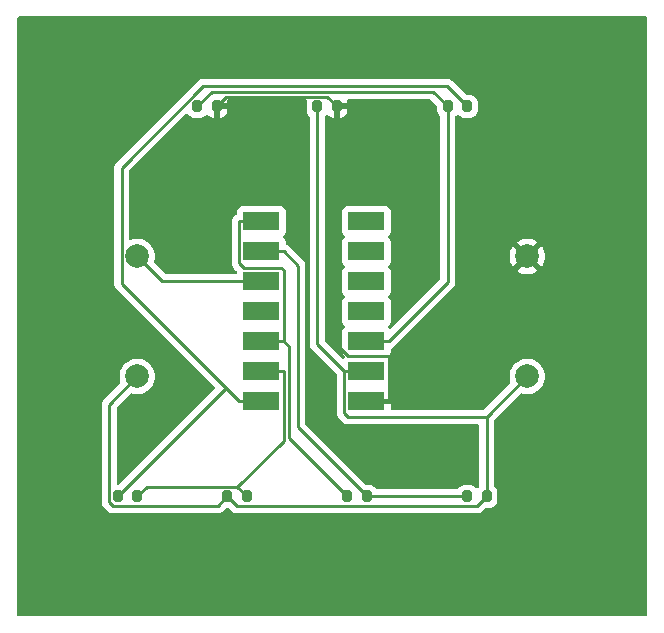
<source format=gbr>
%TF.GenerationSoftware,KiCad,Pcbnew,7.0.7*%
%TF.CreationDate,2023-08-26T22:59:00-07:00*%
%TF.ProjectId,CascadeOpAmp,43617363-6164-4654-9f70-416d702e6b69,rev?*%
%TF.SameCoordinates,Original*%
%TF.FileFunction,Copper,L1,Top*%
%TF.FilePolarity,Positive*%
%FSLAX46Y46*%
G04 Gerber Fmt 4.6, Leading zero omitted, Abs format (unit mm)*
G04 Created by KiCad (PCBNEW 7.0.7) date 2023-08-26 22:59:00*
%MOMM*%
%LPD*%
G01*
G04 APERTURE LIST*
G04 Aperture macros list*
%AMRoundRect*
0 Rectangle with rounded corners*
0 $1 Rounding radius*
0 $2 $3 $4 $5 $6 $7 $8 $9 X,Y pos of 4 corners*
0 Add a 4 corners polygon primitive as box body*
4,1,4,$2,$3,$4,$5,$6,$7,$8,$9,$2,$3,0*
0 Add four circle primitives for the rounded corners*
1,1,$1+$1,$2,$3*
1,1,$1+$1,$4,$5*
1,1,$1+$1,$6,$7*
1,1,$1+$1,$8,$9*
0 Add four rect primitives between the rounded corners*
20,1,$1+$1,$2,$3,$4,$5,0*
20,1,$1+$1,$4,$5,$6,$7,0*
20,1,$1+$1,$6,$7,$8,$9,0*
20,1,$1+$1,$8,$9,$2,$3,0*%
G04 Aperture macros list end*
%TA.AperFunction,SMDPad,CuDef*%
%ADD10R,3.100000X1.600000*%
%TD*%
%TA.AperFunction,SMDPad,CuDef*%
%ADD11RoundRect,0.200000X-0.200000X-0.275000X0.200000X-0.275000X0.200000X0.275000X-0.200000X0.275000X0*%
%TD*%
%TA.AperFunction,ComponentPad*%
%ADD12C,2.000000*%
%TD*%
%TA.AperFunction,Conductor*%
%ADD13C,0.250000*%
%TD*%
G04 APERTURE END LIST*
D10*
%TO.P,U1,1*%
%TO.N,Net-(U1B-+)*%
X129895000Y-85940000D03*
%TO.P,U1,2,-*%
%TO.N,Net-(U1A--)*%
X129895000Y-88480000D03*
%TO.P,U1,3,+*%
%TO.N,Net-(U1A-+)*%
X129895000Y-91020000D03*
%TO.P,U1,4*%
%TO.N,N/C*%
X129895000Y-93560000D03*
%TO.P,U1,5,+*%
%TO.N,Net-(U1B-+)*%
X129895000Y-96100000D03*
%TO.P,U1,6,-*%
%TO.N,Net-(U1B--)*%
X129895000Y-98640000D03*
%TO.P,U1,7*%
%TO.N,Net-(R3-Pad2)*%
X129895000Y-101180000D03*
%TO.P,U1,8*%
%TO.N,Net-(Output1-Pad1)*%
X138785000Y-101180000D03*
%TO.P,U1,9,-*%
%TO.N,GND*%
X138785000Y-98640000D03*
%TO.P,U1,10,+*%
%TO.N,Net-(U1C-+)*%
X138785000Y-96100000D03*
%TO.P,U1,11*%
%TO.N,N/C*%
X138785000Y-93560000D03*
%TO.P,U1,12*%
X138785000Y-91020000D03*
%TO.P,U1,13*%
X138785000Y-88480000D03*
%TO.P,U1,14*%
X138785000Y-85940000D03*
%TD*%
D11*
%TO.P,R7,1*%
%TO.N,Net-(U1A--)*%
X147320000Y-109220000D03*
%TO.P,R7,2*%
%TO.N,GND*%
X148970000Y-109220000D03*
%TD*%
%TO.P,R6,1*%
%TO.N,Net-(U1B-+)*%
X137160000Y-109220000D03*
%TO.P,R6,2*%
%TO.N,Net-(U1A--)*%
X138810000Y-109220000D03*
%TD*%
%TO.P,R5,1*%
%TO.N,GND*%
X127000000Y-109220000D03*
%TO.P,R5,2*%
%TO.N,Net-(U1B--)*%
X128650000Y-109220000D03*
%TD*%
%TO.P,R4,1*%
%TO.N,Net-(R3-Pad2)*%
X117730000Y-109220000D03*
%TO.P,R4,2*%
%TO.N,Net-(U1B--)*%
X119380000Y-109220000D03*
%TD*%
%TO.P,R3,1*%
%TO.N,Net-(U1C-+)*%
X145670000Y-76200000D03*
%TO.P,R3,2*%
%TO.N,Net-(R3-Pad2)*%
X147320000Y-76200000D03*
%TD*%
%TO.P,R2,1*%
%TO.N,GND*%
X134620000Y-76200000D03*
%TO.P,R2,2*%
%TO.N,Net-(Output1-Pad1)*%
X136270000Y-76200000D03*
%TD*%
%TO.P,R1,1*%
%TO.N,Net-(U1C-+)*%
X124460000Y-76200000D03*
%TO.P,R1,2*%
%TO.N,Net-(Output1-Pad1)*%
X126110000Y-76200000D03*
%TD*%
D12*
%TO.P,Output2,1,1*%
%TO.N,GND*%
X152400000Y-99060000D03*
%TD*%
%TO.P,Output1,1,1*%
%TO.N,Net-(Output1-Pad1)*%
X152400000Y-88900000D03*
%TD*%
%TO.P,Input2,1,1*%
%TO.N,GND*%
X119380000Y-99060000D03*
%TD*%
%TO.P,Input1,1,1*%
%TO.N,Net-(U1A-+)*%
X119380000Y-88900000D03*
%TD*%
D13*
%TO.N,Net-(U1B-+)*%
X132220600Y-96550300D02*
X131770300Y-96100000D01*
X132220600Y-104280600D02*
X132220600Y-96550300D01*
X137160000Y-109220000D02*
X132220600Y-104280600D01*
X129895000Y-96100000D02*
X131657700Y-96100000D01*
X131657700Y-96100000D02*
X131770300Y-96100000D01*
X128019700Y-89482100D02*
X128019700Y-85940000D01*
X128432200Y-89894600D02*
X128019700Y-89482100D01*
X131579700Y-89894600D02*
X128432200Y-89894600D01*
X131770300Y-90085200D02*
X131579700Y-89894600D01*
X131770300Y-96100000D02*
X131770300Y-90085200D01*
X129895000Y-85940000D02*
X128019700Y-85940000D01*
%TO.N,Net-(U1A--)*%
X129895000Y-88480000D02*
X131770300Y-88480000D01*
X138810000Y-109220000D02*
X147320000Y-109220000D01*
X132970000Y-89679700D02*
X131770300Y-88480000D01*
X132970000Y-103380000D02*
X132970000Y-89679700D01*
X138810000Y-109220000D02*
X132970000Y-103380000D01*
%TO.N,Net-(U1B--)*%
X131770300Y-104493900D02*
X127847100Y-108417100D01*
X131770300Y-98640000D02*
X131770300Y-104493900D01*
X128650000Y-109220000D02*
X127847100Y-108417100D01*
X120182900Y-108417100D02*
X119380000Y-109220000D01*
X127847100Y-108417100D02*
X120182900Y-108417100D01*
X129895000Y-98640000D02*
X131770300Y-98640000D01*
%TO.N,Net-(R3-Pad2)*%
X129895000Y-101180000D02*
X128019700Y-101180000D01*
X117730000Y-109220000D02*
X126894900Y-100055100D01*
X118049600Y-91209900D02*
X126894900Y-100055100D01*
X118049600Y-81390500D02*
X118049600Y-91209900D01*
X124950900Y-74489200D02*
X118049600Y-81390500D01*
X145609200Y-74489200D02*
X124950900Y-74489200D01*
X147320000Y-76200000D02*
X145609200Y-74489200D01*
X126894900Y-100055100D02*
X128019700Y-101180000D01*
%TO.N,Net-(U1C-+)*%
X145670000Y-91090300D02*
X145670000Y-76200000D01*
X140660300Y-96100000D02*
X145670000Y-91090300D01*
X138785000Y-96100000D02*
X140660300Y-96100000D01*
X144409600Y-74939600D02*
X145670000Y-76200000D01*
X125720400Y-74939600D02*
X144409600Y-74939600D01*
X124460000Y-76200000D02*
X125720400Y-74939600D01*
%TO.N,Net-(Output1-Pad1)*%
X138785000Y-101180000D02*
X140660300Y-101180000D01*
X135461300Y-75391300D02*
X136270000Y-76200000D01*
X126918700Y-75391300D02*
X135461300Y-75391300D01*
X126110000Y-76200000D02*
X126918700Y-75391300D01*
X140660300Y-97370000D02*
X140660300Y-101180000D01*
X143930000Y-97370000D02*
X140660300Y-97370000D01*
X152400000Y-88900000D02*
X143930000Y-97370000D01*
X136270000Y-96401300D02*
X136270000Y-76200000D01*
X137238700Y-97370000D02*
X136270000Y-96401300D01*
X140660300Y-97370000D02*
X137238700Y-97370000D01*
%TO.N,GND*%
X138785000Y-98640000D02*
X136909700Y-98640000D01*
X134620000Y-96350300D02*
X136909700Y-98640000D01*
X134620000Y-76200000D02*
X134620000Y-96350300D01*
X136909700Y-102184700D02*
X136909700Y-98640000D01*
X137215000Y-102490000D02*
X136909700Y-102184700D01*
X148970000Y-102490000D02*
X137215000Y-102490000D01*
X152400000Y-99060000D02*
X148970000Y-102490000D01*
X148970000Y-102490000D02*
X148970000Y-109220000D01*
X148158300Y-110031700D02*
X148970000Y-109220000D01*
X127811700Y-110031700D02*
X148158300Y-110031700D01*
X127000000Y-109220000D02*
X127811700Y-110031700D01*
X126195000Y-110025000D02*
X127000000Y-109220000D01*
X117300000Y-110025000D02*
X126195000Y-110025000D01*
X117002900Y-109727900D02*
X117300000Y-110025000D01*
X117002900Y-101437100D02*
X117002900Y-109727900D01*
X119380000Y-99060000D02*
X117002900Y-101437100D01*
%TO.N,Net-(U1A-+)*%
X121500000Y-91020000D02*
X129895000Y-91020000D01*
X119380000Y-88900000D02*
X121500000Y-91020000D01*
%TD*%
%TA.AperFunction,Conductor*%
%TO.N,Net-(Output1-Pad1)*%
G36*
X133696945Y-75584785D02*
G01*
X133742700Y-75637589D01*
X133752644Y-75706747D01*
X133748292Y-75725989D01*
X133725914Y-75797805D01*
X133719500Y-75868386D01*
X133719500Y-76531613D01*
X133725913Y-76602192D01*
X133725913Y-76602194D01*
X133725914Y-76602196D01*
X133776522Y-76764606D01*
X133864528Y-76910185D01*
X133958182Y-77003839D01*
X133991666Y-77065160D01*
X133994500Y-77091519D01*
X133994499Y-96267555D01*
X133992776Y-96283172D01*
X133993061Y-96283199D01*
X133992326Y-96290965D01*
X133994500Y-96360114D01*
X133994500Y-96389643D01*
X133994501Y-96389660D01*
X133995368Y-96396531D01*
X133995826Y-96402350D01*
X133997290Y-96448924D01*
X133997291Y-96448927D01*
X134002880Y-96468167D01*
X134006824Y-96487211D01*
X134009336Y-96507092D01*
X134015907Y-96523689D01*
X134026490Y-96550419D01*
X134028382Y-96555947D01*
X134041381Y-96600688D01*
X134051580Y-96617934D01*
X134060138Y-96635403D01*
X134067514Y-96654032D01*
X134094898Y-96691723D01*
X134098106Y-96696607D01*
X134121827Y-96736716D01*
X134121833Y-96736724D01*
X134135990Y-96750880D01*
X134148628Y-96765676D01*
X134160405Y-96781886D01*
X134160406Y-96781887D01*
X134196309Y-96811588D01*
X134200620Y-96815510D01*
X135337371Y-97952261D01*
X136247881Y-98862771D01*
X136281366Y-98924094D01*
X136284200Y-98950452D01*
X136284200Y-102101955D01*
X136282475Y-102117572D01*
X136282761Y-102117599D01*
X136282026Y-102125365D01*
X136284200Y-102194514D01*
X136284200Y-102224043D01*
X136284201Y-102224060D01*
X136285068Y-102230931D01*
X136285526Y-102236750D01*
X136286990Y-102283324D01*
X136286991Y-102283327D01*
X136292580Y-102302567D01*
X136296524Y-102321611D01*
X136298537Y-102337544D01*
X136299036Y-102341491D01*
X136316190Y-102384819D01*
X136318082Y-102390347D01*
X136331081Y-102435088D01*
X136341280Y-102452334D01*
X136349836Y-102469800D01*
X136354073Y-102480499D01*
X136357214Y-102488432D01*
X136384598Y-102526123D01*
X136387806Y-102531007D01*
X136411527Y-102571116D01*
X136411533Y-102571124D01*
X136425690Y-102585280D01*
X136438328Y-102600076D01*
X136450105Y-102616286D01*
X136450106Y-102616287D01*
X136486008Y-102645987D01*
X136490319Y-102649909D01*
X136705438Y-102865029D01*
X136714198Y-102873789D01*
X136724022Y-102886050D01*
X136724243Y-102885868D01*
X136729213Y-102891876D01*
X136779637Y-102939228D01*
X136800523Y-102960115D01*
X136800527Y-102960118D01*
X136800529Y-102960120D01*
X136806011Y-102964373D01*
X136810443Y-102968157D01*
X136844418Y-103000062D01*
X136861976Y-103009714D01*
X136878235Y-103020395D01*
X136894064Y-103032673D01*
X136936838Y-103051182D01*
X136942056Y-103053738D01*
X136982908Y-103076197D01*
X137002316Y-103081180D01*
X137020717Y-103087480D01*
X137039104Y-103095437D01*
X137082488Y-103102308D01*
X137085119Y-103102725D01*
X137090839Y-103103909D01*
X137135981Y-103115500D01*
X137156016Y-103115500D01*
X137175414Y-103117026D01*
X137195194Y-103120159D01*
X137195195Y-103120160D01*
X137195195Y-103120159D01*
X137195196Y-103120160D01*
X137241583Y-103115775D01*
X137247422Y-103115500D01*
X148220500Y-103115500D01*
X148287539Y-103135185D01*
X148333294Y-103187989D01*
X148344500Y-103239500D01*
X148344500Y-108328480D01*
X148324815Y-108395519D01*
X148308181Y-108416161D01*
X148232681Y-108491661D01*
X148171358Y-108525146D01*
X148101666Y-108520162D01*
X148057319Y-108491661D01*
X147955188Y-108389530D01*
X147945499Y-108383673D01*
X147809606Y-108301522D01*
X147647196Y-108250914D01*
X147647194Y-108250913D01*
X147647192Y-108250913D01*
X147597778Y-108246423D01*
X147576616Y-108244500D01*
X147063384Y-108244500D01*
X147044145Y-108246248D01*
X146992807Y-108250913D01*
X146830393Y-108301522D01*
X146684811Y-108389530D01*
X146564531Y-108509810D01*
X146564528Y-108509814D01*
X146549514Y-108534651D01*
X146497986Y-108581838D01*
X146443398Y-108594500D01*
X139686602Y-108594500D01*
X139619563Y-108574815D01*
X139580486Y-108534651D01*
X139565471Y-108509814D01*
X139565468Y-108509810D01*
X139445188Y-108389530D01*
X139435499Y-108383673D01*
X139299606Y-108301522D01*
X139137196Y-108250914D01*
X139137194Y-108250913D01*
X139137192Y-108250913D01*
X139087778Y-108246423D01*
X139066616Y-108244500D01*
X139066613Y-108244500D01*
X138770453Y-108244500D01*
X138703414Y-108224815D01*
X138682772Y-108208181D01*
X133631819Y-103157228D01*
X133598334Y-103095905D01*
X133595500Y-103069547D01*
X133595500Y-96448924D01*
X133595500Y-89762432D01*
X133597225Y-89746823D01*
X133596939Y-89746796D01*
X133597671Y-89739040D01*
X133597673Y-89739033D01*
X133595500Y-89669885D01*
X133595500Y-89640350D01*
X133594631Y-89633472D01*
X133594172Y-89627643D01*
X133592709Y-89581072D01*
X133587122Y-89561844D01*
X133583174Y-89542784D01*
X133580663Y-89522904D01*
X133563512Y-89479587D01*
X133561619Y-89474058D01*
X133548618Y-89429309D01*
X133548616Y-89429306D01*
X133538423Y-89412071D01*
X133529861Y-89394594D01*
X133522487Y-89375970D01*
X133520692Y-89373499D01*
X133495079Y-89338245D01*
X133491888Y-89333386D01*
X133491182Y-89332193D01*
X133468170Y-89293280D01*
X133468168Y-89293278D01*
X133468165Y-89293274D01*
X133454006Y-89279115D01*
X133441368Y-89264319D01*
X133429594Y-89248113D01*
X133408662Y-89230797D01*
X133393688Y-89218409D01*
X133389376Y-89214486D01*
X132271103Y-88096212D01*
X132261280Y-88083950D01*
X132261059Y-88084134D01*
X132256086Y-88078123D01*
X132256085Y-88078122D01*
X132205664Y-88030773D01*
X132195219Y-88020328D01*
X132184775Y-88009883D01*
X132179286Y-88005625D01*
X132174861Y-88001847D01*
X132140882Y-87969938D01*
X132140880Y-87969936D01*
X132140877Y-87969935D01*
X132123329Y-87960288D01*
X132107063Y-87949604D01*
X132091233Y-87937325D01*
X132048468Y-87918818D01*
X132043222Y-87916248D01*
X132009764Y-87897855D01*
X131960499Y-87848310D01*
X131945499Y-87789192D01*
X131945499Y-87632129D01*
X131945498Y-87632123D01*
X131945497Y-87632116D01*
X131939091Y-87572517D01*
X131920113Y-87521635D01*
X131888797Y-87437671D01*
X131888793Y-87437664D01*
X131802547Y-87322455D01*
X131802546Y-87322454D01*
X131784930Y-87309267D01*
X131743058Y-87253334D01*
X131738074Y-87183642D01*
X131771558Y-87122319D01*
X131784930Y-87110733D01*
X131802546Y-87097546D01*
X131888796Y-86982331D01*
X131939091Y-86847483D01*
X131945500Y-86787873D01*
X131945499Y-85092128D01*
X131939091Y-85032517D01*
X131888796Y-84897669D01*
X131888795Y-84897668D01*
X131888793Y-84897664D01*
X131802547Y-84782455D01*
X131802544Y-84782452D01*
X131687335Y-84696206D01*
X131687328Y-84696202D01*
X131552482Y-84645908D01*
X131552483Y-84645908D01*
X131492883Y-84639501D01*
X131492881Y-84639500D01*
X131492873Y-84639500D01*
X131492864Y-84639500D01*
X128297129Y-84639500D01*
X128297123Y-84639501D01*
X128237516Y-84645908D01*
X128102671Y-84696202D01*
X128102664Y-84696206D01*
X127987455Y-84782452D01*
X127987452Y-84782455D01*
X127901206Y-84897664D01*
X127901202Y-84897671D01*
X127850908Y-85032517D01*
X127844501Y-85092116D01*
X127844501Y-85092123D01*
X127844500Y-85092135D01*
X127844500Y-85249145D01*
X127824815Y-85316184D01*
X127772011Y-85361939D01*
X127758825Y-85367074D01*
X127751258Y-85369533D01*
X127744352Y-85373915D01*
X127723580Y-85384499D01*
X127715973Y-85387511D01*
X127715962Y-85387517D01*
X127669514Y-85421263D01*
X127666295Y-85423451D01*
X127617823Y-85454213D01*
X127617820Y-85454216D01*
X127612229Y-85460170D01*
X127594729Y-85475599D01*
X127588113Y-85480405D01*
X127588112Y-85480406D01*
X127551512Y-85524646D01*
X127548938Y-85527565D01*
X127509637Y-85569417D01*
X127509635Y-85569420D01*
X127505694Y-85576589D01*
X127492589Y-85595873D01*
X127487377Y-85602173D01*
X127487374Y-85602178D01*
X127462931Y-85654121D01*
X127461164Y-85657589D01*
X127433504Y-85707903D01*
X127433503Y-85707908D01*
X127431469Y-85715828D01*
X127423570Y-85737768D01*
X127420086Y-85745172D01*
X127420084Y-85745178D01*
X127409329Y-85801561D01*
X127408479Y-85805361D01*
X127394200Y-85860976D01*
X127394200Y-85869152D01*
X127392005Y-85892379D01*
X127390473Y-85900412D01*
X127394078Y-85957724D01*
X127394200Y-85961595D01*
X127394200Y-89399354D01*
X127392475Y-89414972D01*
X127392761Y-89414999D01*
X127392026Y-89422766D01*
X127394199Y-89491914D01*
X127394199Y-89521451D01*
X127395068Y-89528332D01*
X127395526Y-89534151D01*
X127396990Y-89580724D01*
X127397805Y-89583531D01*
X127402580Y-89599967D01*
X127406524Y-89619011D01*
X127409036Y-89638892D01*
X127418311Y-89662319D01*
X127426190Y-89682219D01*
X127428082Y-89687747D01*
X127433579Y-89706668D01*
X127441082Y-89732490D01*
X127449542Y-89746796D01*
X127451280Y-89749734D01*
X127459836Y-89767200D01*
X127467214Y-89785832D01*
X127494598Y-89823523D01*
X127497806Y-89828407D01*
X127521527Y-89868516D01*
X127521533Y-89868524D01*
X127535690Y-89882680D01*
X127548328Y-89897476D01*
X127560105Y-89913686D01*
X127560106Y-89913687D01*
X127596009Y-89943388D01*
X127600320Y-89947310D01*
X127765526Y-90112516D01*
X127808181Y-90155171D01*
X127841666Y-90216494D01*
X127844500Y-90242852D01*
X127844500Y-90270500D01*
X127824815Y-90337539D01*
X127772011Y-90383294D01*
X127720500Y-90394500D01*
X121810452Y-90394500D01*
X121743413Y-90374815D01*
X121722771Y-90358181D01*
X120843660Y-89479070D01*
X120810175Y-89417747D01*
X120811135Y-89360950D01*
X120865108Y-89147821D01*
X120865116Y-89147729D01*
X120885643Y-88900005D01*
X120885643Y-88899994D01*
X120865109Y-88652187D01*
X120865107Y-88652175D01*
X120804063Y-88411118D01*
X120704173Y-88183393D01*
X120568166Y-87975217D01*
X120475404Y-87874451D01*
X120399744Y-87792262D01*
X120203509Y-87639526D01*
X120203507Y-87639525D01*
X120203506Y-87639524D01*
X119984811Y-87521172D01*
X119984802Y-87521169D01*
X119749616Y-87440429D01*
X119504335Y-87399500D01*
X119255665Y-87399500D01*
X119010386Y-87440428D01*
X118839361Y-87499141D01*
X118769562Y-87502290D01*
X118709141Y-87467203D01*
X118677281Y-87405020D01*
X118675100Y-87381869D01*
X118675100Y-81700950D01*
X118694785Y-81633912D01*
X118711414Y-81613275D01*
X123483343Y-76841345D01*
X123544664Y-76807862D01*
X123614356Y-76812846D01*
X123670289Y-76854718D01*
X123677138Y-76864877D01*
X123704528Y-76910185D01*
X123704531Y-76910189D01*
X123824811Y-77030469D01*
X123824813Y-77030470D01*
X123824815Y-77030472D01*
X123970394Y-77118478D01*
X124132804Y-77169086D01*
X124203384Y-77175500D01*
X124203387Y-77175500D01*
X124716613Y-77175500D01*
X124716616Y-77175500D01*
X124787196Y-77169086D01*
X124949606Y-77118478D01*
X125095185Y-77030472D01*
X125197673Y-76927983D01*
X125258994Y-76894499D01*
X125328685Y-76899483D01*
X125373034Y-76927984D01*
X125475122Y-77030072D01*
X125620604Y-77118019D01*
X125620603Y-77118019D01*
X125782894Y-77168590D01*
X125782893Y-77168590D01*
X125853408Y-77174998D01*
X125853426Y-77174999D01*
X125859998Y-77174998D01*
X125859999Y-77174998D01*
X125860000Y-76450000D01*
X126359999Y-76450000D01*
X126359999Y-77174998D01*
X126360000Y-77174999D01*
X126366581Y-77174999D01*
X126437102Y-77168591D01*
X126437107Y-77168590D01*
X126599396Y-77118018D01*
X126744877Y-77030072D01*
X126865072Y-76909877D01*
X126953019Y-76764395D01*
X127003590Y-76602106D01*
X127010000Y-76531572D01*
X127010000Y-76450000D01*
X126359999Y-76450000D01*
X125860000Y-76450000D01*
X125860000Y-76074000D01*
X125879685Y-76006960D01*
X125932489Y-75961206D01*
X125984000Y-75950000D01*
X127009999Y-75950000D01*
X127009998Y-75868417D01*
X127003591Y-75797897D01*
X127003590Y-75797892D01*
X126981185Y-75725991D01*
X126980033Y-75656131D01*
X127016834Y-75596738D01*
X127079902Y-75566670D01*
X127099570Y-75565100D01*
X133629906Y-75565100D01*
X133696945Y-75584785D01*
G37*
%TD.AperFunction*%
%TA.AperFunction,Conductor*%
G36*
X144166187Y-75584785D02*
G01*
X144186829Y-75601419D01*
X144733181Y-76147771D01*
X144766666Y-76209094D01*
X144769500Y-76235452D01*
X144769500Y-76531613D01*
X144775913Y-76602192D01*
X144775913Y-76602194D01*
X144775914Y-76602196D01*
X144826522Y-76764606D01*
X144914528Y-76910185D01*
X145008182Y-77003839D01*
X145041666Y-77065160D01*
X145044500Y-77091519D01*
X145044500Y-90779846D01*
X145024815Y-90846885D01*
X145008181Y-90867527D01*
X140896785Y-94978922D01*
X140835462Y-95012407D01*
X140765770Y-95007423D01*
X140709838Y-94965553D01*
X140705728Y-94960062D01*
X140692546Y-94942454D01*
X140674929Y-94929266D01*
X140633058Y-94873334D01*
X140628074Y-94803642D01*
X140661558Y-94742319D01*
X140674930Y-94730733D01*
X140692546Y-94717546D01*
X140778796Y-94602331D01*
X140829091Y-94467483D01*
X140835500Y-94407873D01*
X140835499Y-92712128D01*
X140829091Y-92652517D01*
X140778796Y-92517669D01*
X140778795Y-92517668D01*
X140778793Y-92517664D01*
X140692547Y-92402455D01*
X140692546Y-92402454D01*
X140674930Y-92389267D01*
X140633058Y-92333334D01*
X140628074Y-92263642D01*
X140661558Y-92202319D01*
X140674930Y-92190733D01*
X140692546Y-92177546D01*
X140778796Y-92062331D01*
X140829091Y-91927483D01*
X140835500Y-91867873D01*
X140835499Y-90172128D01*
X140829091Y-90112517D01*
X140778796Y-89977669D01*
X140778795Y-89977668D01*
X140778793Y-89977664D01*
X140692547Y-89862455D01*
X140692546Y-89862454D01*
X140674930Y-89849267D01*
X140633058Y-89793334D01*
X140628074Y-89723642D01*
X140661558Y-89662319D01*
X140674930Y-89650733D01*
X140692546Y-89637546D01*
X140778796Y-89522331D01*
X140829091Y-89387483D01*
X140835500Y-89327873D01*
X140835499Y-87632128D01*
X140829091Y-87572517D01*
X140810113Y-87521635D01*
X140778797Y-87437671D01*
X140778793Y-87437664D01*
X140692547Y-87322455D01*
X140692546Y-87322454D01*
X140674930Y-87309267D01*
X140633058Y-87253334D01*
X140628074Y-87183642D01*
X140661558Y-87122319D01*
X140674930Y-87110733D01*
X140692546Y-87097546D01*
X140778796Y-86982331D01*
X140829091Y-86847483D01*
X140835500Y-86787873D01*
X140835499Y-85092128D01*
X140829091Y-85032517D01*
X140778796Y-84897669D01*
X140778795Y-84897668D01*
X140778793Y-84897664D01*
X140692547Y-84782455D01*
X140692544Y-84782452D01*
X140577335Y-84696206D01*
X140577328Y-84696202D01*
X140442482Y-84645908D01*
X140442483Y-84645908D01*
X140382883Y-84639501D01*
X140382881Y-84639500D01*
X140382873Y-84639500D01*
X140382864Y-84639500D01*
X137187129Y-84639500D01*
X137187123Y-84639501D01*
X137127516Y-84645908D01*
X136992671Y-84696202D01*
X136992664Y-84696206D01*
X136877455Y-84782452D01*
X136877452Y-84782455D01*
X136791206Y-84897664D01*
X136791202Y-84897671D01*
X136740908Y-85032517D01*
X136734501Y-85092116D01*
X136734501Y-85092123D01*
X136734500Y-85092135D01*
X136734500Y-86787870D01*
X136734501Y-86787876D01*
X136740908Y-86847483D01*
X136791202Y-86982328D01*
X136791206Y-86982335D01*
X136877452Y-87097544D01*
X136877453Y-87097544D01*
X136877454Y-87097546D01*
X136895070Y-87110733D01*
X136895071Y-87110734D01*
X136936941Y-87166668D01*
X136941925Y-87236360D01*
X136908439Y-87297683D01*
X136895071Y-87309266D01*
X136877452Y-87322455D01*
X136791206Y-87437664D01*
X136791202Y-87437671D01*
X136740908Y-87572517D01*
X136734501Y-87632116D01*
X136734501Y-87632123D01*
X136734500Y-87632135D01*
X136734500Y-89327870D01*
X136734501Y-89327876D01*
X136740908Y-89387483D01*
X136791202Y-89522328D01*
X136791206Y-89522335D01*
X136877452Y-89637544D01*
X136877453Y-89637544D01*
X136877454Y-89637546D01*
X136895070Y-89650733D01*
X136895071Y-89650734D01*
X136936941Y-89706668D01*
X136941925Y-89776360D01*
X136908439Y-89837683D01*
X136895071Y-89849266D01*
X136877452Y-89862455D01*
X136791206Y-89977664D01*
X136791202Y-89977671D01*
X136740908Y-90112517D01*
X136734501Y-90172116D01*
X136734501Y-90172123D01*
X136734500Y-90172135D01*
X136734500Y-91867870D01*
X136734501Y-91867876D01*
X136740908Y-91927483D01*
X136791202Y-92062328D01*
X136791206Y-92062335D01*
X136877452Y-92177544D01*
X136877453Y-92177544D01*
X136877454Y-92177546D01*
X136895070Y-92190733D01*
X136895071Y-92190734D01*
X136936941Y-92246668D01*
X136941925Y-92316360D01*
X136908439Y-92377683D01*
X136895071Y-92389266D01*
X136877452Y-92402455D01*
X136791206Y-92517664D01*
X136791202Y-92517671D01*
X136740908Y-92652517D01*
X136734501Y-92712116D01*
X136734501Y-92712123D01*
X136734500Y-92712135D01*
X136734500Y-94407870D01*
X136734501Y-94407876D01*
X136740908Y-94467483D01*
X136791202Y-94602328D01*
X136791206Y-94602335D01*
X136877452Y-94717544D01*
X136877453Y-94717544D01*
X136877454Y-94717546D01*
X136895070Y-94730733D01*
X136895071Y-94730734D01*
X136936941Y-94786668D01*
X136941925Y-94856360D01*
X136908439Y-94917683D01*
X136895071Y-94929266D01*
X136877452Y-94942455D01*
X136791206Y-95057664D01*
X136791202Y-95057671D01*
X136740908Y-95192517D01*
X136734501Y-95252116D01*
X136734500Y-95252135D01*
X136734500Y-96947870D01*
X136734501Y-96947876D01*
X136740908Y-97007483D01*
X136791202Y-97142328D01*
X136791206Y-97142335D01*
X136877452Y-97257544D01*
X136877453Y-97257544D01*
X136877454Y-97257546D01*
X136895070Y-97270733D01*
X136895071Y-97270734D01*
X136936941Y-97326668D01*
X136941925Y-97396360D01*
X136908439Y-97457683D01*
X136895071Y-97469266D01*
X136877454Y-97482454D01*
X136860158Y-97505557D01*
X136804222Y-97547426D01*
X136734531Y-97552407D01*
X136673213Y-97518923D01*
X135281819Y-96127528D01*
X135248334Y-96066205D01*
X135245500Y-96039847D01*
X135245500Y-77091519D01*
X135265185Y-77024480D01*
X135281813Y-77003843D01*
X135357675Y-76927981D01*
X135418994Y-76894499D01*
X135488686Y-76899483D01*
X135533034Y-76927984D01*
X135635122Y-77030072D01*
X135780604Y-77118019D01*
X135780603Y-77118019D01*
X135942894Y-77168590D01*
X135942893Y-77168590D01*
X136013408Y-77174998D01*
X136013426Y-77174999D01*
X136019999Y-77174998D01*
X136020000Y-77174998D01*
X136020000Y-76450000D01*
X136520000Y-76450000D01*
X136520000Y-77174999D01*
X136526581Y-77174999D01*
X136597102Y-77168591D01*
X136597107Y-77168590D01*
X136759396Y-77118018D01*
X136904877Y-77030072D01*
X137025072Y-76909877D01*
X137113019Y-76764395D01*
X137163590Y-76602106D01*
X137170000Y-76531572D01*
X137170000Y-76450000D01*
X136520000Y-76450000D01*
X136020000Y-76450000D01*
X136020000Y-76074000D01*
X136039685Y-76006961D01*
X136092489Y-75961206D01*
X136144000Y-75950000D01*
X137169999Y-75950000D01*
X137169999Y-75868417D01*
X137163591Y-75797897D01*
X137163590Y-75797892D01*
X137141185Y-75725991D01*
X137140033Y-75656131D01*
X137176834Y-75596738D01*
X137239902Y-75566670D01*
X137259570Y-75565100D01*
X144099148Y-75565100D01*
X144166187Y-75584785D01*
G37*
%TD.AperFunction*%
%TA.AperFunction,Conductor*%
G36*
X162502539Y-68600185D02*
G01*
X162548294Y-68652989D01*
X162559500Y-68704500D01*
X162559500Y-119255500D01*
X162539815Y-119322539D01*
X162487011Y-119368294D01*
X162435500Y-119379500D01*
X109344500Y-119379500D01*
X109277461Y-119359815D01*
X109231706Y-119307011D01*
X109220500Y-119255500D01*
X109220500Y-101417295D01*
X116372740Y-101417295D01*
X116377125Y-101463683D01*
X116377400Y-101469521D01*
X116377400Y-109645155D01*
X116375675Y-109660772D01*
X116375961Y-109660799D01*
X116375226Y-109668565D01*
X116377400Y-109737714D01*
X116377400Y-109767243D01*
X116377401Y-109767260D01*
X116378268Y-109774131D01*
X116378726Y-109779950D01*
X116380190Y-109826524D01*
X116380191Y-109826527D01*
X116385780Y-109845767D01*
X116389724Y-109864811D01*
X116392236Y-109884691D01*
X116409390Y-109928019D01*
X116411282Y-109933547D01*
X116424281Y-109978288D01*
X116434480Y-109995534D01*
X116443038Y-110013003D01*
X116450414Y-110031632D01*
X116477798Y-110069323D01*
X116481006Y-110074207D01*
X116504727Y-110114316D01*
X116504733Y-110114324D01*
X116518890Y-110128480D01*
X116531528Y-110143276D01*
X116543305Y-110159486D01*
X116543306Y-110159487D01*
X116579208Y-110189187D01*
X116583519Y-110193109D01*
X116790469Y-110400060D01*
X116799198Y-110408789D01*
X116809022Y-110421050D01*
X116809243Y-110420868D01*
X116814213Y-110426876D01*
X116864637Y-110474228D01*
X116885523Y-110495115D01*
X116885527Y-110495118D01*
X116885529Y-110495120D01*
X116891011Y-110499373D01*
X116895443Y-110503157D01*
X116929418Y-110535062D01*
X116946976Y-110544714D01*
X116963233Y-110555393D01*
X116979064Y-110567673D01*
X116994547Y-110574373D01*
X117021833Y-110586182D01*
X117027077Y-110588750D01*
X117067908Y-110611197D01*
X117080523Y-110614435D01*
X117087305Y-110616177D01*
X117105719Y-110622481D01*
X117124104Y-110630438D01*
X117170157Y-110637732D01*
X117175826Y-110638906D01*
X117220981Y-110650500D01*
X117241016Y-110650500D01*
X117260413Y-110652026D01*
X117280196Y-110655160D01*
X117326583Y-110650775D01*
X117332422Y-110650500D01*
X126112257Y-110650500D01*
X126127877Y-110652224D01*
X126127904Y-110651939D01*
X126135660Y-110652671D01*
X126135667Y-110652673D01*
X126204814Y-110650500D01*
X126234350Y-110650500D01*
X126241228Y-110649630D01*
X126247041Y-110649172D01*
X126293627Y-110647709D01*
X126312869Y-110642117D01*
X126331912Y-110638174D01*
X126351792Y-110635664D01*
X126395122Y-110618507D01*
X126400646Y-110616617D01*
X126404396Y-110615527D01*
X126445390Y-110603618D01*
X126462629Y-110593422D01*
X126480103Y-110584862D01*
X126498727Y-110577488D01*
X126498727Y-110577487D01*
X126498732Y-110577486D01*
X126536449Y-110550082D01*
X126541305Y-110546892D01*
X126581420Y-110523170D01*
X126595589Y-110508999D01*
X126610379Y-110496368D01*
X126626587Y-110484594D01*
X126656299Y-110448676D01*
X126660212Y-110444376D01*
X126872772Y-110231816D01*
X126934094Y-110198334D01*
X126960452Y-110195500D01*
X127039547Y-110195500D01*
X127106586Y-110215185D01*
X127127228Y-110231819D01*
X127310897Y-110415488D01*
X127320722Y-110427751D01*
X127320943Y-110427569D01*
X127325914Y-110433578D01*
X127346743Y-110453137D01*
X127376335Y-110480926D01*
X127397229Y-110501820D01*
X127402711Y-110506073D01*
X127407143Y-110509857D01*
X127441118Y-110541762D01*
X127458676Y-110551414D01*
X127474935Y-110562095D01*
X127490764Y-110574373D01*
X127533538Y-110592882D01*
X127538756Y-110595438D01*
X127579608Y-110617897D01*
X127599016Y-110622880D01*
X127617417Y-110629180D01*
X127635804Y-110637137D01*
X127679188Y-110644008D01*
X127681819Y-110644425D01*
X127687539Y-110645609D01*
X127732681Y-110657200D01*
X127752716Y-110657200D01*
X127772114Y-110658726D01*
X127791894Y-110661859D01*
X127791895Y-110661860D01*
X127791895Y-110661859D01*
X127791896Y-110661860D01*
X127838283Y-110657475D01*
X127844122Y-110657200D01*
X148075557Y-110657200D01*
X148091177Y-110658924D01*
X148091204Y-110658639D01*
X148098960Y-110659371D01*
X148098967Y-110659373D01*
X148168114Y-110657200D01*
X148197650Y-110657200D01*
X148204528Y-110656330D01*
X148210341Y-110655872D01*
X148256927Y-110654409D01*
X148276169Y-110648817D01*
X148295212Y-110644874D01*
X148315092Y-110642364D01*
X148358422Y-110625207D01*
X148363946Y-110623317D01*
X148367696Y-110622227D01*
X148408690Y-110610318D01*
X148425929Y-110600122D01*
X148443403Y-110591562D01*
X148462027Y-110584188D01*
X148462027Y-110584187D01*
X148462032Y-110584186D01*
X148499749Y-110556782D01*
X148504605Y-110553592D01*
X148544720Y-110529870D01*
X148558889Y-110515699D01*
X148573679Y-110503068D01*
X148589887Y-110491294D01*
X148619599Y-110455376D01*
X148623512Y-110451076D01*
X148842772Y-110231816D01*
X148904094Y-110198334D01*
X148930452Y-110195500D01*
X149226613Y-110195500D01*
X149226616Y-110195500D01*
X149297196Y-110189086D01*
X149459606Y-110138478D01*
X149605185Y-110050472D01*
X149725472Y-109930185D01*
X149813478Y-109784606D01*
X149864086Y-109622196D01*
X149870500Y-109551616D01*
X149870500Y-108888384D01*
X149864086Y-108817804D01*
X149813478Y-108655394D01*
X149725472Y-108509815D01*
X149725470Y-108509813D01*
X149725469Y-108509811D01*
X149631819Y-108416161D01*
X149598334Y-108354838D01*
X149595500Y-108328480D01*
X149595500Y-102800451D01*
X149615185Y-102733412D01*
X149631814Y-102712775D01*
X151822771Y-100521817D01*
X151884092Y-100488334D01*
X151950712Y-100492218D01*
X151996493Y-100507935D01*
X152030385Y-100519571D01*
X152275665Y-100560500D01*
X152524335Y-100560500D01*
X152769614Y-100519571D01*
X153004810Y-100438828D01*
X153223509Y-100320474D01*
X153419744Y-100167738D01*
X153588164Y-99984785D01*
X153724173Y-99776607D01*
X153824063Y-99548881D01*
X153885108Y-99307821D01*
X153905643Y-99060000D01*
X153889300Y-98862771D01*
X153885109Y-98812187D01*
X153885107Y-98812175D01*
X153824063Y-98571118D01*
X153724173Y-98343393D01*
X153588166Y-98135217D01*
X153566557Y-98111744D01*
X153419744Y-97952262D01*
X153223509Y-97799526D01*
X153223507Y-97799525D01*
X153223506Y-97799524D01*
X153004811Y-97681172D01*
X153004802Y-97681169D01*
X152769616Y-97600429D01*
X152524335Y-97559500D01*
X152275665Y-97559500D01*
X152030383Y-97600429D01*
X151795197Y-97681169D01*
X151795188Y-97681172D01*
X151576493Y-97799524D01*
X151380257Y-97952261D01*
X151211833Y-98135217D01*
X151075826Y-98343393D01*
X150975936Y-98571118D01*
X150914892Y-98812175D01*
X150914890Y-98812187D01*
X150894357Y-99059994D01*
X150894357Y-99060005D01*
X150914890Y-99307812D01*
X150914892Y-99307824D01*
X150968863Y-99520948D01*
X150966238Y-99590768D01*
X150936338Y-99639069D01*
X148747228Y-101828181D01*
X148685905Y-101861666D01*
X148659547Y-101864500D01*
X140959000Y-101864500D01*
X140891961Y-101844815D01*
X140846206Y-101792011D01*
X140835000Y-101740500D01*
X140835000Y-101430000D01*
X138659000Y-101430000D01*
X138591961Y-101410315D01*
X138546206Y-101357511D01*
X138535000Y-101306000D01*
X138535000Y-101054000D01*
X138554685Y-100986961D01*
X138607489Y-100941206D01*
X138659000Y-100930000D01*
X140835000Y-100930000D01*
X140835000Y-100332172D01*
X140834999Y-100332155D01*
X140828598Y-100272627D01*
X140828596Y-100272620D01*
X140778354Y-100137913D01*
X140778350Y-100137906D01*
X140692190Y-100022812D01*
X140692189Y-100022811D01*
X140674513Y-100009579D01*
X140632641Y-99953646D01*
X140627657Y-99883954D01*
X140661142Y-99822631D01*
X140674500Y-99811055D01*
X140692546Y-99797546D01*
X140778796Y-99682331D01*
X140829091Y-99547483D01*
X140835500Y-99487873D01*
X140835499Y-97792128D01*
X140829091Y-97732517D01*
X140809939Y-97681169D01*
X140778797Y-97597671D01*
X140778793Y-97597664D01*
X140692547Y-97482455D01*
X140692546Y-97482454D01*
X140674930Y-97469267D01*
X140633058Y-97413334D01*
X140628074Y-97343642D01*
X140661558Y-97282319D01*
X140674930Y-97270733D01*
X140692546Y-97257546D01*
X140778796Y-97142331D01*
X140829091Y-97007483D01*
X140835500Y-96947873D01*
X140835499Y-96792607D01*
X140855183Y-96725569D01*
X140904245Y-96683056D01*
X140903971Y-96682592D01*
X140906522Y-96681082D01*
X140907987Y-96679814D01*
X140910265Y-96678801D01*
X140910677Y-96678621D01*
X140910690Y-96678618D01*
X140927929Y-96668422D01*
X140945403Y-96659862D01*
X140964027Y-96652488D01*
X140964027Y-96652487D01*
X140964032Y-96652486D01*
X141001749Y-96625082D01*
X141006605Y-96621892D01*
X141046720Y-96598170D01*
X141060889Y-96583999D01*
X141075679Y-96571368D01*
X141091887Y-96559594D01*
X141121599Y-96523676D01*
X141125512Y-96519376D01*
X146053786Y-91591102D01*
X146066048Y-91581280D01*
X146065865Y-91581059D01*
X146071867Y-91576092D01*
X146071877Y-91576086D01*
X146119241Y-91525648D01*
X146140120Y-91504770D01*
X146144373Y-91499286D01*
X146148150Y-91494863D01*
X146180062Y-91460882D01*
X146189714Y-91443323D01*
X146200389Y-91427072D01*
X146212674Y-91411236D01*
X146231186Y-91368452D01*
X146233742Y-91363235D01*
X146256197Y-91322392D01*
X146261180Y-91302980D01*
X146267477Y-91284591D01*
X146275438Y-91266195D01*
X146282729Y-91220153D01*
X146283908Y-91214462D01*
X146295500Y-91169319D01*
X146295500Y-91149282D01*
X146297027Y-91129882D01*
X146300160Y-91110104D01*
X146295775Y-91063715D01*
X146295500Y-91057877D01*
X146295500Y-88900005D01*
X150894859Y-88900005D01*
X150915385Y-89147729D01*
X150915387Y-89147738D01*
X150976412Y-89388717D01*
X151076266Y-89616364D01*
X151176564Y-89769882D01*
X151791050Y-89155395D01*
X151852373Y-89121910D01*
X151922064Y-89126894D01*
X151977998Y-89168765D01*
X151983039Y-89176025D01*
X152018239Y-89230798D01*
X152066037Y-89272215D01*
X152133602Y-89330759D01*
X152131293Y-89333422D01*
X152166006Y-89373499D01*
X152175935Y-89442660D01*
X152146898Y-89506210D01*
X152140882Y-89512669D01*
X151529942Y-90123609D01*
X151576768Y-90160055D01*
X151576770Y-90160056D01*
X151795385Y-90278364D01*
X151795396Y-90278369D01*
X152030506Y-90359083D01*
X152275707Y-90400000D01*
X152524293Y-90400000D01*
X152769493Y-90359083D01*
X153004603Y-90278369D01*
X153004614Y-90278364D01*
X153223228Y-90160057D01*
X153223231Y-90160055D01*
X153270056Y-90123609D01*
X152659116Y-89512669D01*
X152625631Y-89451346D01*
X152630615Y-89381654D01*
X152667641Y-89332193D01*
X152666398Y-89330759D01*
X152709648Y-89293283D01*
X152781761Y-89230798D01*
X152816954Y-89176037D01*
X152869755Y-89130283D01*
X152938914Y-89120339D01*
X153002470Y-89149363D01*
X153008949Y-89155396D01*
X153623434Y-89769882D01*
X153723731Y-89616369D01*
X153823587Y-89388717D01*
X153884612Y-89147738D01*
X153884614Y-89147729D01*
X153905141Y-88900005D01*
X153905141Y-88899994D01*
X153884614Y-88652270D01*
X153884612Y-88652261D01*
X153823587Y-88411282D01*
X153723731Y-88183630D01*
X153623434Y-88030116D01*
X153008949Y-88644602D01*
X152947626Y-88678087D01*
X152877934Y-88673103D01*
X152822001Y-88631231D01*
X152816953Y-88623961D01*
X152781761Y-88569202D01*
X152666398Y-88469241D01*
X152668698Y-88466585D01*
X152633960Y-88426428D01*
X152624074Y-88357261D01*
X152653152Y-88293729D01*
X152659116Y-88287329D01*
X153270056Y-87676389D01*
X153223229Y-87639943D01*
X153004614Y-87521635D01*
X153004603Y-87521630D01*
X152769493Y-87440916D01*
X152524293Y-87400000D01*
X152275707Y-87400000D01*
X152030506Y-87440916D01*
X151795396Y-87521630D01*
X151795390Y-87521632D01*
X151576761Y-87639949D01*
X151529942Y-87676388D01*
X151529942Y-87676390D01*
X152140883Y-88287330D01*
X152174368Y-88348653D01*
X152169384Y-88418344D01*
X152132358Y-88467805D01*
X152133602Y-88469241D01*
X152018238Y-88569202D01*
X151983046Y-88623962D01*
X151930242Y-88669717D01*
X151861083Y-88679660D01*
X151797528Y-88650634D01*
X151791050Y-88644603D01*
X151176564Y-88030116D01*
X151076267Y-88183632D01*
X150976412Y-88411282D01*
X150915387Y-88652261D01*
X150915385Y-88652270D01*
X150894859Y-88899994D01*
X150894859Y-88900005D01*
X146295500Y-88900005D01*
X146295500Y-77091519D01*
X146315185Y-77024480D01*
X146331813Y-77003843D01*
X146407321Y-76928335D01*
X146468640Y-76894853D01*
X146538332Y-76899837D01*
X146582680Y-76928338D01*
X146684811Y-77030469D01*
X146684813Y-77030470D01*
X146684815Y-77030472D01*
X146830394Y-77118478D01*
X146992804Y-77169086D01*
X147063384Y-77175500D01*
X147063387Y-77175500D01*
X147576613Y-77175500D01*
X147576616Y-77175500D01*
X147647196Y-77169086D01*
X147809606Y-77118478D01*
X147955185Y-77030472D01*
X148075472Y-76910185D01*
X148163478Y-76764606D01*
X148214086Y-76602196D01*
X148220500Y-76531616D01*
X148220500Y-75868384D01*
X148214086Y-75797804D01*
X148163478Y-75635394D01*
X148075472Y-75489815D01*
X148075470Y-75489813D01*
X148075469Y-75489811D01*
X147955188Y-75369530D01*
X147809606Y-75281522D01*
X147809605Y-75281521D01*
X147647196Y-75230914D01*
X147647194Y-75230913D01*
X147647192Y-75230913D01*
X147597778Y-75226423D01*
X147576616Y-75224500D01*
X147576613Y-75224500D01*
X147280452Y-75224500D01*
X147213413Y-75204815D01*
X147192771Y-75188181D01*
X146110003Y-74105412D01*
X146100180Y-74093150D01*
X146099959Y-74093334D01*
X146094986Y-74087323D01*
X146076359Y-74069831D01*
X146044564Y-74039973D01*
X146034119Y-74029528D01*
X146023675Y-74019083D01*
X146018186Y-74014825D01*
X146013761Y-74011047D01*
X145979782Y-73979138D01*
X145979780Y-73979136D01*
X145979777Y-73979135D01*
X145962229Y-73969488D01*
X145945963Y-73958804D01*
X145930133Y-73946525D01*
X145887368Y-73928018D01*
X145882122Y-73925448D01*
X145841293Y-73903003D01*
X145841292Y-73903002D01*
X145821893Y-73898022D01*
X145803481Y-73891718D01*
X145785098Y-73883762D01*
X145785092Y-73883760D01*
X145739074Y-73876472D01*
X145733352Y-73875287D01*
X145688221Y-73863700D01*
X145688219Y-73863700D01*
X145668184Y-73863700D01*
X145648786Y-73862173D01*
X145641362Y-73860997D01*
X145629005Y-73859040D01*
X145629004Y-73859040D01*
X145582616Y-73863425D01*
X145576778Y-73863700D01*
X125033638Y-73863700D01*
X125018021Y-73861976D01*
X125017994Y-73862262D01*
X125010232Y-73861527D01*
X124941104Y-73863700D01*
X124911550Y-73863700D01*
X124910829Y-73863790D01*
X124904657Y-73864569D01*
X124898845Y-73865026D01*
X124852273Y-73866490D01*
X124852272Y-73866490D01*
X124833029Y-73872081D01*
X124813979Y-73876025D01*
X124794111Y-73878534D01*
X124750784Y-73895688D01*
X124745258Y-73897579D01*
X124700514Y-73910579D01*
X124700510Y-73910581D01*
X124683266Y-73920779D01*
X124665805Y-73929333D01*
X124647174Y-73936710D01*
X124647162Y-73936717D01*
X124609470Y-73964102D01*
X124604587Y-73967309D01*
X124564480Y-73991029D01*
X124550314Y-74005195D01*
X124535524Y-74017827D01*
X124519314Y-74029604D01*
X124519311Y-74029607D01*
X124489610Y-74065509D01*
X124485677Y-74069831D01*
X117665808Y-80889699D01*
X117653551Y-80899520D01*
X117653734Y-80899741D01*
X117647723Y-80904713D01*
X117600372Y-80955136D01*
X117579489Y-80976019D01*
X117579477Y-80976032D01*
X117575221Y-80981517D01*
X117571437Y-80985947D01*
X117539537Y-81019918D01*
X117539536Y-81019920D01*
X117529884Y-81037476D01*
X117519210Y-81053726D01*
X117506929Y-81069561D01*
X117506924Y-81069568D01*
X117488415Y-81112338D01*
X117485845Y-81117584D01*
X117463403Y-81158406D01*
X117458422Y-81177807D01*
X117452121Y-81196210D01*
X117444162Y-81214602D01*
X117444161Y-81214605D01*
X117436871Y-81260627D01*
X117435687Y-81266346D01*
X117424101Y-81311472D01*
X117424100Y-81311482D01*
X117424100Y-81331516D01*
X117422573Y-81350915D01*
X117419440Y-81370694D01*
X117419439Y-81370697D01*
X117423824Y-81417085D01*
X117424099Y-81422921D01*
X117424099Y-91127165D01*
X117422376Y-91142782D01*
X117422660Y-91142809D01*
X117421926Y-91150568D01*
X117424100Y-91219718D01*
X117424100Y-91249244D01*
X117424101Y-91249265D01*
X117424968Y-91256134D01*
X117425426Y-91261952D01*
X117426890Y-91308530D01*
X117432481Y-91327775D01*
X117436425Y-91346819D01*
X117438936Y-91366693D01*
X117438936Y-91366694D01*
X117456089Y-91410015D01*
X117457981Y-91415542D01*
X117470983Y-91460292D01*
X117470985Y-91460295D01*
X117481179Y-91477534D01*
X117489735Y-91494999D01*
X117497110Y-91513626D01*
X117497113Y-91513630D01*
X117497114Y-91513632D01*
X117509051Y-91530062D01*
X117524502Y-91551328D01*
X117527710Y-91556213D01*
X117551429Y-91596319D01*
X117551435Y-91596327D01*
X117565594Y-91610485D01*
X117578234Y-91625284D01*
X117590004Y-91641485D01*
X117590005Y-91641486D01*
X117590006Y-91641487D01*
X117596703Y-91647027D01*
X117625904Y-91671184D01*
X117630226Y-91675117D01*
X121041400Y-95086252D01*
X125922625Y-99967423D01*
X125956109Y-100028744D01*
X125951125Y-100098436D01*
X125922624Y-100142784D01*
X117857228Y-108208181D01*
X117795905Y-108241666D01*
X117769547Y-108244500D01*
X117752400Y-108244500D01*
X117685361Y-108224815D01*
X117639606Y-108172011D01*
X117628400Y-108120500D01*
X117628400Y-101747551D01*
X117648085Y-101680512D01*
X117664714Y-101659875D01*
X118802772Y-100521817D01*
X118864093Y-100488334D01*
X118930712Y-100492218D01*
X118982229Y-100509904D01*
X119010385Y-100519571D01*
X119255665Y-100560500D01*
X119504335Y-100560500D01*
X119749614Y-100519571D01*
X119984810Y-100438828D01*
X120203509Y-100320474D01*
X120399744Y-100167738D01*
X120568164Y-99984785D01*
X120704173Y-99776607D01*
X120804063Y-99548881D01*
X120865108Y-99307821D01*
X120885643Y-99060000D01*
X120869300Y-98862771D01*
X120865109Y-98812187D01*
X120865107Y-98812175D01*
X120804063Y-98571118D01*
X120704173Y-98343393D01*
X120568166Y-98135217D01*
X120546557Y-98111744D01*
X120399744Y-97952262D01*
X120203509Y-97799526D01*
X120203507Y-97799525D01*
X120203506Y-97799524D01*
X119984811Y-97681172D01*
X119984802Y-97681169D01*
X119749616Y-97600429D01*
X119504335Y-97559500D01*
X119255665Y-97559500D01*
X119010383Y-97600429D01*
X118775197Y-97681169D01*
X118775188Y-97681172D01*
X118556493Y-97799524D01*
X118360257Y-97952261D01*
X118191833Y-98135217D01*
X118055826Y-98343393D01*
X117955936Y-98571118D01*
X117894892Y-98812175D01*
X117894890Y-98812187D01*
X117874357Y-99059994D01*
X117874357Y-99060005D01*
X117894890Y-99307812D01*
X117894892Y-99307824D01*
X117948863Y-99520949D01*
X117946238Y-99590769D01*
X117916338Y-99639070D01*
X116619108Y-100936299D01*
X116606851Y-100946120D01*
X116607034Y-100946341D01*
X116601023Y-100951313D01*
X116553672Y-101001736D01*
X116532789Y-101022619D01*
X116532777Y-101022632D01*
X116528521Y-101028117D01*
X116524737Y-101032547D01*
X116492837Y-101066518D01*
X116492836Y-101066520D01*
X116483184Y-101084076D01*
X116472510Y-101100326D01*
X116460229Y-101116161D01*
X116460224Y-101116168D01*
X116441715Y-101158938D01*
X116439145Y-101164184D01*
X116416703Y-101205006D01*
X116411722Y-101224407D01*
X116405421Y-101242810D01*
X116397462Y-101261202D01*
X116397461Y-101261205D01*
X116390171Y-101307227D01*
X116388987Y-101312946D01*
X116377401Y-101358072D01*
X116377400Y-101358082D01*
X116377400Y-101378116D01*
X116375873Y-101397515D01*
X116372740Y-101417294D01*
X116372740Y-101417295D01*
X109220500Y-101417295D01*
X109220500Y-68704500D01*
X109240185Y-68637461D01*
X109292989Y-68591706D01*
X109344500Y-68580500D01*
X162435500Y-68580500D01*
X162502539Y-68600185D01*
G37*
%TD.AperFunction*%
%TD*%
M02*

</source>
